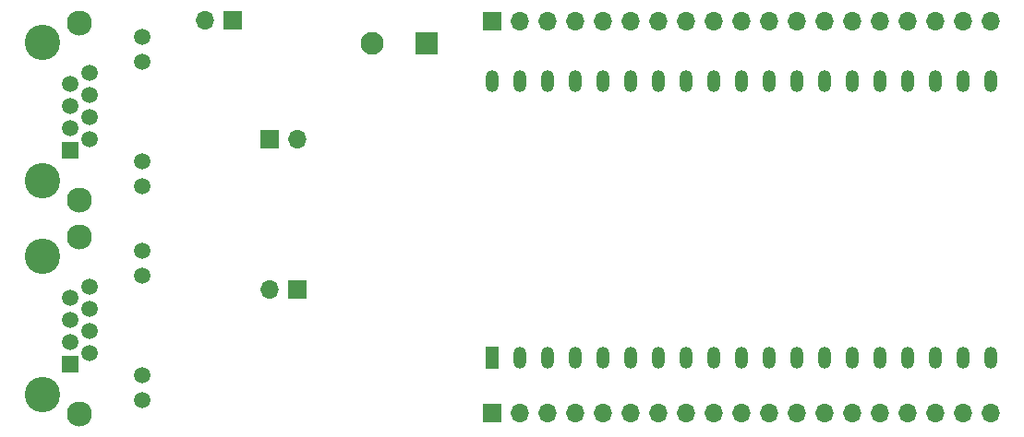
<source format=gbr>
%TF.GenerationSoftware,KiCad,Pcbnew,8.0.0*%
%TF.CreationDate,2024-03-13T03:04:33+09:00*%
%TF.ProjectId,esp32tester,65737033-3274-4657-9374-65722e6b6963,rev?*%
%TF.SameCoordinates,Original*%
%TF.FileFunction,Soldermask,Bot*%
%TF.FilePolarity,Negative*%
%FSLAX46Y46*%
G04 Gerber Fmt 4.6, Leading zero omitted, Abs format (unit mm)*
G04 Created by KiCad (PCBNEW 8.0.0) date 2024-03-13 03:04:33*
%MOMM*%
%LPD*%
G01*
G04 APERTURE LIST*
%ADD10R,1.700000X1.700000*%
%ADD11O,1.700000X1.700000*%
%ADD12O,1.200000X2.000000*%
%ADD13R,1.200000X2.000000*%
%ADD14C,3.250000*%
%ADD15R,1.500000X1.500000*%
%ADD16C,1.500000*%
%ADD17C,2.300000*%
%ADD18R,2.100000X2.100000*%
%ADD19C,2.100000*%
G04 APERTURE END LIST*
D10*
%TO.C,REF\u002A\u002A*%
X83794600Y-80162400D03*
D11*
X86334600Y-80162400D03*
X88874600Y-80162400D03*
X91414600Y-80162400D03*
X93954600Y-80162400D03*
X96494600Y-80162400D03*
X99034600Y-80162400D03*
X101574600Y-80162400D03*
X104114600Y-80162400D03*
X106654600Y-80162400D03*
X109194600Y-80162400D03*
X111734600Y-80162400D03*
X114274600Y-80162400D03*
X116814600Y-80162400D03*
X119354600Y-80162400D03*
X121894600Y-80162400D03*
X124434600Y-80162400D03*
X126974600Y-80162400D03*
X129514600Y-80162400D03*
%TD*%
D10*
%TO.C,REF\u002A\u002A*%
X83820000Y-116078000D03*
D11*
X86360000Y-116078000D03*
X88900000Y-116078000D03*
X91440000Y-116078000D03*
X93980000Y-116078000D03*
X96520000Y-116078000D03*
X99060000Y-116078000D03*
X101600000Y-116078000D03*
X104140000Y-116078000D03*
X106680000Y-116078000D03*
X109220000Y-116078000D03*
X111760000Y-116078000D03*
X114300000Y-116078000D03*
X116840000Y-116078000D03*
X119380000Y-116078000D03*
X121920000Y-116078000D03*
X124460000Y-116078000D03*
X127000000Y-116078000D03*
X129540000Y-116078000D03*
%TD*%
D12*
%TO.C,U1*%
X83830160Y-85623400D03*
X86370160Y-85623400D03*
X88910160Y-85623400D03*
X91450160Y-85623400D03*
X93990160Y-85623400D03*
X96530160Y-85623400D03*
X99070160Y-85623400D03*
X101610160Y-85623400D03*
X104150160Y-85623400D03*
X106690160Y-85623400D03*
X109230160Y-85623400D03*
X111770160Y-85623400D03*
X114310160Y-85623400D03*
X116850160Y-85623400D03*
X119390160Y-85623400D03*
X121930160Y-85623400D03*
X124470160Y-85623400D03*
X127007440Y-85627080D03*
X129547440Y-85627080D03*
X129550160Y-111023400D03*
X127010160Y-111023400D03*
X124470160Y-111023400D03*
X121930160Y-111023400D03*
X119390160Y-111023400D03*
X116850160Y-111023400D03*
X114310160Y-111023400D03*
X111770160Y-111023400D03*
X109230160Y-111023400D03*
X106690160Y-111023400D03*
X104150160Y-111023400D03*
X101610160Y-111023400D03*
X99070160Y-111023400D03*
X96530160Y-111023400D03*
X93990160Y-111023400D03*
X91450160Y-111023400D03*
X88910160Y-111023400D03*
X86370160Y-111023400D03*
D13*
X83830160Y-111023400D03*
%TD*%
D10*
%TO.C,J6*%
X60026000Y-80015000D03*
D11*
X57486000Y-80015000D03*
%TD*%
D14*
%TO.C,J2*%
X42549000Y-114429000D03*
X42549000Y-101729000D03*
D15*
X45089000Y-111639000D03*
D16*
X46869000Y-110623000D03*
X45089000Y-109607000D03*
X46869000Y-108591000D03*
X45089000Y-107575000D03*
X46869000Y-106559000D03*
X45089000Y-105543000D03*
X46869000Y-104527000D03*
X51689000Y-114939000D03*
X51689000Y-112649000D03*
X51689000Y-103509000D03*
X51689000Y-101219000D03*
D17*
X45979000Y-116209000D03*
X45979000Y-99949000D03*
%TD*%
D10*
%TO.C,J4*%
X63393000Y-91009000D03*
D11*
X65933000Y-91009000D03*
%TD*%
D14*
%TO.C,J1*%
X42549000Y-94744000D03*
X42549000Y-82044000D03*
D15*
X45089000Y-91954000D03*
D16*
X46869000Y-90938000D03*
X45089000Y-89922000D03*
X46869000Y-88906000D03*
X45089000Y-87890000D03*
X46869000Y-86874000D03*
X45089000Y-85858000D03*
X46869000Y-84842000D03*
X51689000Y-95254000D03*
X51689000Y-92964000D03*
X51689000Y-83824000D03*
X51689000Y-81534000D03*
D17*
X45979000Y-96524000D03*
X45979000Y-80264000D03*
%TD*%
D10*
%TO.C,J3*%
X65913000Y-104775000D03*
D11*
X63373000Y-104775000D03*
%TD*%
D18*
%TO.C,J5*%
X77811000Y-82169000D03*
D19*
X72811000Y-82169000D03*
%TD*%
M02*

</source>
